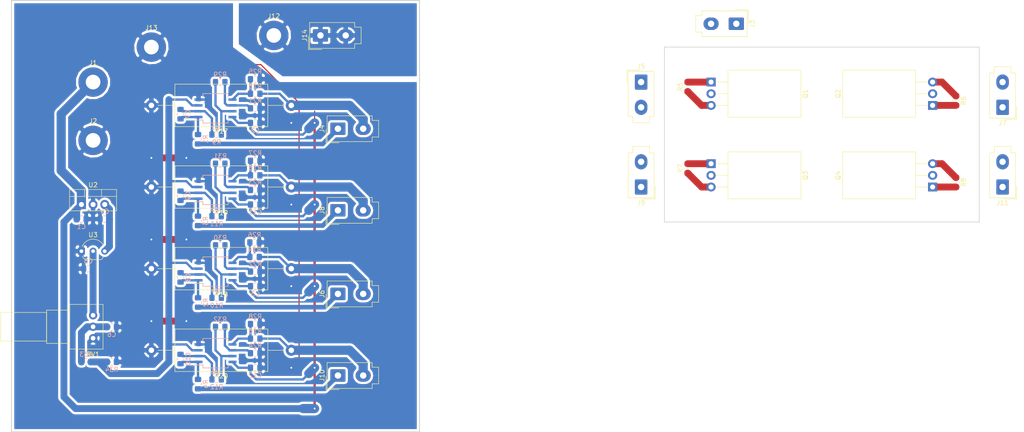
<source format=kicad_pcb>
(kicad_pcb (version 20171130) (host pcbnew 5.0.2-bee76a0~70~ubuntu18.04.1)
  (layers (0 F.Cu signal) (31 B.Cu signal) (34 B.Paste user) (35 F.Paste user) (36 B.SilkS user) (37 F.SilkS user) (38 B.Mask user) (39 F.Mask user) (44 Edge.Cuts user))
  (net 0 "")
  (net 1 VCC)
  (net 2 GND)
  (net 3 +5V)
  (net 4 Vref)
  (net 5 "Net-(C6-Pad1)")
  (net 6 "Net-(C7-Pad1)")
  (net 7 "Net-(C7-Pad2)")
  (net 8 "Net-(C8-Pad1)")
  (net 9 "Net-(C8-Pad2)")
  (net 10 "Net-(C9-Pad2)")
  (net 11 "Net-(C9-Pad1)")
  (net 12 "Net-(R29-Pad2)")
  (net 13 "Net-(R10-Pad2)")
  (net 14 "Net-(R11-Pad2)")
  (net 15 "Net-(R13-Pad2)")
  (net 16 "Net-(R14-Pad2)")
  (net 17 "Net-(R15-Pad2)")
  (net 18 "Net-(R21-Pad2)")
  (net 19 "Net-(R22-Pad2)")
  (net 20 "Net-(R23-Pad2)")
  (net 21 "Net-(R33-Pad1)")
  (net 22 "Net-(C10-Pad1)")
  (net 23 "Net-(C10-Pad2)")
  (net 24 "Net-(R12-Pad2)")
  (net 25 "Net-(R16-Pad2)")
  (net 26 "Net-(R24-Pad2)")
  (net 27 VDD)
  (net 28 "Net-(J4-Pad2)")
  (net 29 "Net-(J5-Pad1)")
  (net 30 "Net-(J5-Pad2)")
  (net 31 "Net-(J6-Pad2)")
  (net 32 "Net-(J7-Pad2)")
  (net 33 "Net-(J7-Pad1)")
  (net 34 "Net-(J8-Pad2)")
  (net 35 "Net-(J9-Pad1)")
  (net 36 "Net-(J9-Pad2)")
  (net 37 "Net-(J10-Pad2)")
  (net 38 "Net-(J4-Pad1)")
  (net 39 "Net-(J6-Pad1)")
  (net 40 "Net-(J8-Pad1)")
  (net 41 "Net-(J10-Pad1)")
  (net 42 "Net-(J11-Pad2)")
  (net 43 "Net-(J11-Pad1)")
  (module Connector_Molex:Molex_Mini-Fit_Jr_5566-02A_2x01_P4.20mm_Vertical (layer F.Cu) (at 113.03 116.84 90)
    (fp_text reference J14 (at 0 -3.45 90) (layer F.SilkS))
    (fp_text value Conn_01x02)
    (pad 2 thru_hole oval (at 0 5.5 90) (size 2.7 3.3) (drill 1.4) (layers *.Cu *.Mask) (net 27 VDD))
    (pad 1 thru_hole roundrect (at 0 0 90) (size 2.7 3.3) (drill 1.4) (layers *.Cu *.Mask) (roundrect_rratio 0.09259299999999999) (net 27 VDD))
  )
  (module Resistor_THT:R_Axial_DIN0922_L20.0mm_D9.0mm_P30.48mm_Horizontal (layer F.Cu) (at 106.68 149.86 180)
    (fp_text reference R19 (at 15.24 -5.62 180) (layer F.SilkS))
    (fp_text value 0.1)
    (pad 1 thru_hole circle (at 0 0 180) (size 2.4 2.4) (drill 1.2) (layers *.Cu *.Mask) (net 34 "Net-(J8-Pad2)"))
    (pad 2 thru_hole oval (at 30.48 0 180) (size 2.4 2.4) (drill 1.2) (layers *.Cu *.Mask) (net 2 GND))
  )
  (module Capacitor_SMD:C_0805_2012Metric_Pad1.15x1.40mm_HandSolder (layer B.Cu) (at 98.815 153.67)
    (fp_text reference C11 (at 0 1.65) (layer B.SilkS) (effects (justify mirror)))
    (fp_text value 100n)
    (pad 1 smd roundrect (at -1.025 0) (size 1.15 1.4) (layers B.Cu B.Paste B.Mask) (roundrect_rratio 0.217391) (net 1 VCC))
    (pad 2 smd roundrect (at 1.025 0) (size 1.15 1.4) (layers B.Cu B.Paste B.Mask) (roundrect_rratio 0.217391) (net 2 GND))
  )
  (module Resistor_SMD:R_0805_2012Metric_Pad1.15x1.40mm_HandSolder (layer B.Cu) (at 98.815 129.54 180)
    (fp_text reference R13 (at 0 1.65 180) (layer B.SilkS) (effects (justify mirror)))
    (fp_text value 10k)
    (pad 1 smd roundrect (at -1.025 0 180) (size 1.15 1.4) (layers B.Cu B.Paste B.Mask) (roundrect_rratio 0.217391) (net 28 "Net-(J4-Pad2)"))
    (pad 2 smd roundrect (at 1.025 0 180) (size 1.15 1.4) (layers B.Cu B.Paste B.Mask) (roundrect_rratio 0.217391) (net 15 "Net-(R13-Pad2)"))
  )
  (module Capacitor_SMD:C_0805_2012Metric_Pad1.15x1.40mm_HandSolder (layer B.Cu) (at 60.96 156.845)
    (fp_text reference C1 (at 0 1.65) (layer B.SilkS) (effects (justify mirror)))
    (fp_text value 10u)
    (pad 1 smd roundrect (at -1.025 0) (size 1.15 1.4) (layers B.Cu B.Paste B.Mask) (roundrect_rratio 0.217391) (net 1 VCC))
    (pad 2 smd roundrect (at 1.025 0) (size 1.15 1.4) (layers B.Cu B.Paste B.Mask) (roundrect_rratio 0.217391) (net 2 GND))
  )
  (module Capacitor_SMD:C_0805_2012Metric_Pad1.15x1.40mm_HandSolder (layer B.Cu) (at 98.815 135.89)
    (fp_text reference C2 (at 0 1.65) (layer B.SilkS) (effects (justify mirror)))
    (fp_text value 100n)
    (pad 1 smd roundrect (at -1.025 0) (size 1.15 1.4) (layers B.Cu B.Paste B.Mask) (roundrect_rratio 0.217391) (net 1 VCC))
    (pad 2 smd roundrect (at 1.025 0) (size 1.15 1.4) (layers B.Cu B.Paste B.Mask) (roundrect_rratio 0.217391) (net 2 GND))
  )
  (module Capacitor_SMD:C_0805_2012Metric_Pad1.15x1.40mm_HandSolder (layer B.Cu) (at 98.824 171.45)
    (fp_text reference C3 (at 0 1.65) (layer B.SilkS) (effects (justify mirror)))
    (fp_text value 100n)
    (pad 1 smd roundrect (at -1.025 0) (size 1.15 1.4) (layers B.Cu B.Paste B.Mask) (roundrect_rratio 0.217391) (net 1 VCC))
    (pad 2 smd roundrect (at 1.025 0) (size 1.15 1.4) (layers B.Cu B.Paste B.Mask) (roundrect_rratio 0.217391) (net 2 GND))
  )
  (module Capacitor_SMD:C_0805_2012Metric_Pad1.15x1.40mm_HandSolder (layer B.Cu) (at 66.04 156.845 180)
    (fp_text reference C4 (at 0 1.65 180) (layer B.SilkS) (effects (justify mirror)))
    (fp_text value 100n)
    (pad 2 smd roundrect (at 1.025 0 180) (size 1.15 1.4) (layers B.Cu B.Paste B.Mask) (roundrect_rratio 0.217391) (net 2 GND))
    (pad 1 smd roundrect (at -1.025 0 180) (size 1.15 1.4) (layers B.Cu B.Paste B.Mask) (roundrect_rratio 0.217391) (net 3 +5V))
  )
  (module Capacitor_SMD:C_0805_2012Metric_Pad1.15x1.40mm_HandSolder (layer B.Cu) (at 62.475 167.64 180)
    (fp_text reference C5 (at 0 1.65 180) (layer B.SilkS) (effects (justify mirror)))
    (fp_text value 100n)
    (pad 2 smd roundrect (at 1.025 0 180) (size 1.15 1.4) (layers B.Cu B.Paste B.Mask) (roundrect_rratio 0.217391) (net 2 GND))
    (pad 1 smd roundrect (at -1.025 0 180) (size 1.15 1.4) (layers B.Cu B.Paste B.Mask) (roundrect_rratio 0.217391) (net 4 Vref))
  )
  (module Capacitor_SMD:C_0805_2012Metric_Pad1.15x1.40mm_HandSolder (layer B.Cu) (at 67.555 180.34)
    (fp_text reference C6 (at 0 1.65) (layer B.SilkS) (effects (justify mirror)))
    (fp_text value 100n)
    (pad 2 smd roundrect (at 1.025 0) (size 1.15 1.4) (layers B.Cu B.Paste B.Mask) (roundrect_rratio 0.217391) (net 2 GND))
    (pad 1 smd roundrect (at -1.025 0) (size 1.15 1.4) (layers B.Cu B.Paste B.Mask) (roundrect_rratio 0.217391) (net 5 "Net-(C6-Pad1)"))
  )
  (module Capacitor_SMD:C_0805_2012Metric_Pad1.15x1.40mm_HandSolder (layer B.Cu) (at 82.55 133.985 90)
    (fp_text reference C7 (at 0 1.65 90) (layer B.SilkS) (effects (justify mirror)))
    (fp_text value 10n)
    (pad 2 smd roundrect (at 1.025 0 90) (size 1.15 1.4) (layers B.Cu B.Paste B.Mask) (roundrect_rratio 0.217391) (net 7 "Net-(C7-Pad2)"))
    (pad 1 smd roundrect (at -1.025 0 90) (size 1.15 1.4) (layers B.Cu B.Paste B.Mask) (roundrect_rratio 0.217391) (net 6 "Net-(C7-Pad1)"))
  )
  (module Resistor_SMD:R_0805_2012Metric_Pad1.15x1.40mm_HandSolder (layer B.Cu) (at 86.36 139.455 90)
    (fp_text reference R1 (at 0 1.65 90) (layer B.SilkS) (effects (justify mirror)))
    (fp_text value 100)
    (pad 2 smd roundrect (at 1.025 0 90) (size 1.15 1.4) (layers B.Cu B.Paste B.Mask) (roundrect_rratio 0.217391) (net 6 "Net-(C7-Pad1)"))
    (pad 1 smd roundrect (at -1.025 0 90) (size 1.15 1.4) (layers B.Cu B.Paste B.Mask) (roundrect_rratio 0.217391) (net 38 "Net-(J4-Pad1)"))
  )
  (module Resistor_SMD:R_0805_2012Metric_Pad1.15x1.40mm_HandSolder (layer F.Cu) (at 193.04 128.025 90)
    (fp_text reference R5 (at 0 -1.65 90) (layer F.SilkS))
    (fp_text value 10k)
    (pad 1 smd roundrect (at -1.025 0 90) (size 1.15 1.4) (layers F.Cu F.Paste F.Mask) (roundrect_rratio 0.217391) (net 30 "Net-(J5-Pad2)"))
    (pad 2 smd roundrect (at 1.025 0 90) (size 1.15 1.4) (layers F.Cu F.Paste F.Mask) (roundrect_rratio 0.217391) (net 27 VDD))
  )
  (module Resistor_SMD:R_0805_2012Metric_Pad1.15x1.40mm_HandSolder (layer B.Cu) (at 90.415 138.43)
    (fp_text reference R9 (at 0 1.65) (layer B.SilkS) (effects (justify mirror)))
    (fp_text value 100)
    (pad 1 smd roundrect (at -1.025 0) (size 1.15 1.4) (layers B.Cu B.Paste B.Mask) (roundrect_rratio 0.217391) (net 7 "Net-(C7-Pad2)"))
    (pad 2 smd roundrect (at 1.025 0) (size 1.15 1.4) (layers B.Cu B.Paste B.Mask) (roundrect_rratio 0.217391) (net 12 "Net-(R29-Pad2)"))
  )
  (module Resistor_SMD:R_0805_2012Metric_Pad1.15x1.40mm_HandSolder (layer B.Cu) (at 98.815 132.715 180)
    (fp_text reference R21 (at 0 1.65 180) (layer B.SilkS) (effects (justify mirror)))
    (fp_text value 10k)
    (pad 2 smd roundrect (at 1.025 0 180) (size 1.15 1.4) (layers B.Cu B.Paste B.Mask) (roundrect_rratio 0.217391) (net 18 "Net-(R21-Pad2)"))
    (pad 1 smd roundrect (at -1.025 0 180) (size 1.15 1.4) (layers B.Cu B.Paste B.Mask) (roundrect_rratio 0.217391) (net 2 GND))
  )
  (module Resistor_SMD:R_0805_2012Metric_Pad1.15x1.40mm_HandSolder (layer B.Cu) (at 98.815 126.365 180)
    (fp_text reference R25 (at 0 1.65 180) (layer B.SilkS) (effects (justify mirror)))
    (fp_text value 10k)
    (pad 2 smd roundrect (at 1.025 0 180) (size 1.15 1.4) (layers B.Cu B.Paste B.Mask) (roundrect_rratio 0.217391) (net 15 "Net-(R13-Pad2)"))
    (pad 1 smd roundrect (at -1.025 0 180) (size 1.15 1.4) (layers B.Cu B.Paste B.Mask) (roundrect_rratio 0.217391) (net 2 GND))
  )
  (module Resistor_SMD:R_0805_2012Metric_Pad1.15x1.40mm_HandSolder (layer B.Cu) (at 91.195 127 180)
    (fp_text reference R29 (at 0 1.65 180) (layer B.SilkS) (effects (justify mirror)))
    (fp_text value 10k)
    (pad 1 smd roundrect (at -1.025 0 180) (size 1.15 1.4) (layers B.Cu B.Paste B.Mask) (roundrect_rratio 0.217391) (net 18 "Net-(R21-Pad2)"))
    (pad 2 smd roundrect (at 1.025 0 180) (size 1.15 1.4) (layers B.Cu B.Paste B.Mask) (roundrect_rratio 0.217391) (net 12 "Net-(R29-Pad2)"))
  )
  (module Resistor_SMD:R_0805_2012Metric_Pad1.15x1.40mm_HandSolder (layer B.Cu) (at 61.985 187.96 180)
    (fp_text reference R33 (at 0 1.65 180) (layer B.SilkS) (effects (justify mirror)))
    (fp_text value 30k)
    (pad 2 smd roundrect (at 1.025 0 180) (size 1.15 1.4) (layers B.Cu B.Paste B.Mask) (roundrect_rratio 0.217391) (net 5 "Net-(C6-Pad1)"))
    (pad 1 smd roundrect (at -1.025 0 180) (size 1.15 1.4) (layers B.Cu B.Paste B.Mask) (roundrect_rratio 0.217391) (net 21 "Net-(R33-Pad1)"))
  )
  (module Resistor_SMD:R_0805_2012Metric_Pad1.15x1.40mm_HandSolder (layer B.Cu) (at 67.555 187.96)
    (fp_text reference R34 (at 0 1.65) (layer B.SilkS) (effects (justify mirror)))
    (fp_text value 10k)
    (pad 1 smd roundrect (at -1.025 0) (size 1.15 1.4) (layers B.Cu B.Paste B.Mask) (roundrect_rratio 0.217391) (net 21 "Net-(R33-Pad1)"))
    (pad 2 smd roundrect (at 1.025 0) (size 1.15 1.4) (layers B.Cu B.Paste B.Mask) (roundrect_rratio 0.217391) (net 2 GND))
  )
  (module Potentiometer_THT:Potentiometer_Alps_RK097_Single_Horizontal (layer F.Cu) (at 63.5 177.8 180)
    (fp_text reference RV1 (at 0 -8.5 180) (layer F.SilkS))
    (fp_text value 10k)
    (pad 3 thru_hole circle (at 0 -5 180) (size 1.8 1.8) (drill 1) (layers *.Cu *.Mask) (net 2 GND))
    (pad 2 thru_hole circle (at 0 -2.5 180) (size 1.8 1.8) (drill 1) (layers *.Cu *.Mask) (net 5 "Net-(C6-Pad1)"))
    (pad 1 thru_hole circle (at 0 0 180) (size 1.8 1.8) (drill 1) (layers *.Cu *.Mask) (net 4 Vref))
  )
  (module Package_SO:SO-8_5.3x6.2mm_P1.27mm (layer B.Cu) (at 90.17 132.715)
    (fp_text reference U1 (at 0 4.13) (layer B.SilkS) (effects (justify mirror)))
    (fp_text value LM358)
    (pad 8 smd rect (at 3.7 1.905) (size 1.75 0.55) (layers B.Cu B.Paste B.Mask) (net 1 VCC))
    (pad 7 smd rect (at 3.7 0.635) (size 1.75 0.55) (layers B.Cu B.Paste B.Mask) (net 12 "Net-(R29-Pad2)"))
    (pad 6 smd rect (at 3.7 -0.635) (size 1.75 0.55) (layers B.Cu B.Paste B.Mask) (net 18 "Net-(R21-Pad2)"))
    (pad 5 smd rect (at 3.7 -1.905) (size 1.75 0.55) (layers B.Cu B.Paste B.Mask) (net 15 "Net-(R13-Pad2)"))
    (pad 4 smd rect (at -3.7 -1.905) (size 1.75 0.55) (layers B.Cu B.Paste B.Mask) (net 2 GND))
    (pad 3 smd rect (at -3.7 -0.635) (size 1.75 0.55) (layers B.Cu B.Paste B.Mask) (net 21 "Net-(R33-Pad1)"))
    (pad 2 smd rect (at -3.7 0.635) (size 1.75 0.55) (layers B.Cu B.Paste B.Mask) (net 7 "Net-(C7-Pad2)"))
    (pad 1 smd rect (at -3.7 1.905) (size 1.75 0.55) (layers B.Cu B.Paste B.Mask) (net 6 "Net-(C7-Pad1)"))
  )
  (module Package_TO_SOT_THT:TO-220-3_Vertical (layer F.Cu) (at 60.96 153.67)
    (fp_text reference U2 (at 2.54 -4.27) (layer F.SilkS))
    (fp_text value LM7805_TO220)
    (pad 1 thru_hole rect (at 0 0) (size 1.905 2) (drill 1.1) (layers *.Cu *.Mask) (net 1 VCC))
    (pad 2 thru_hole oval (at 2.54 0) (size 1.905 2) (drill 1.1) (layers *.Cu *.Mask) (net 2 GND))
    (pad 3 thru_hole oval (at 5.08 0) (size 1.905 2) (drill 1.1) (layers *.Cu *.Mask) (net 3 +5V))
  )
  (module Package_TO_SOT_THT:TO-92_Inline_Wide (layer F.Cu) (at 60.96 163.83)
    (fp_text reference U3 (at 2.54 -3.56) (layer F.SilkS))
    (fp_text value MCP1525-TO)
    (pad 2 thru_hole circle (at 2.54 0 90) (size 1.5 1.5) (drill 0.8) (layers *.Cu *.Mask) (net 4 Vref))
    (pad 3 thru_hole circle (at 5.08 0 90) (size 1.5 1.5) (drill 0.8) (layers *.Cu *.Mask) (net 3 +5V))
    (pad 1 thru_hole rect (at 0 0 90) (size 1.5 1.5) (drill 0.8) (layers *.Cu *.Mask) (net 2 GND))
  )
  (module Resistor_THT:R_Axial_DIN0922_L20.0mm_D9.0mm_P30.48mm_Horizontal (layer F.Cu) (at 106.68 132.08 180)
    (fp_text reference R17 (at 15.24 -5.62 180) (layer F.SilkS))
    (fp_text value 0.1)
    (pad 2 thru_hole oval (at 30.48 0 180) (size 2.4 2.4) (drill 1.2) (layers *.Cu *.Mask) (net 2 GND))
    (pad 1 thru_hole circle (at 0 0 180) (size 2.4 2.4) (drill 1.2) (layers *.Cu *.Mask) (net 28 "Net-(J4-Pad2)"))
  )
  (module Capacitor_SMD:C_0805_2012Metric_Pad1.15x1.40mm_HandSolder (layer B.Cu) (at 98.815 189.23)
    (fp_text reference C12 (at 0 1.65) (layer B.SilkS) (effects (justify mirror)))
    (fp_text value 100n)
    (pad 2 smd roundrect (at 1.025 0) (size 1.15 1.4) (layers B.Cu B.Paste B.Mask) (roundrect_rratio 0.217391) (net 2 GND))
    (pad 1 smd roundrect (at -1.025 0) (size 1.15 1.4) (layers B.Cu B.Paste B.Mask) (roundrect_rratio 0.217391) (net 1 VCC))
  )
  (module Capacitor_SMD:C_0805_2012Metric_Pad1.15x1.40mm_HandSolder (layer B.Cu) (at 82.559 169.545 90)
    (fp_text reference C8 (at 0 1.65 90) (layer B.SilkS) (effects (justify mirror)))
    (fp_text value 10n)
    (pad 1 smd roundrect (at -1.025 0 90) (size 1.15 1.4) (layers B.Cu B.Paste B.Mask) (roundrect_rratio 0.217391) (net 8 "Net-(C8-Pad1)"))
    (pad 2 smd roundrect (at 1.025 0 90) (size 1.15 1.4) (layers B.Cu B.Paste B.Mask) (roundrect_rratio 0.217391) (net 9 "Net-(C8-Pad2)"))
  )
  (module Resistor_SMD:R_0805_2012Metric_Pad1.15x1.40mm_HandSolder (layer B.Cu) (at 86.369 175.015 90)
    (fp_text reference R2 (at 0 1.65 90) (layer B.SilkS) (effects (justify mirror)))
    (fp_text value 100)
    (pad 2 smd roundrect (at 1.025 0 90) (size 1.15 1.4) (layers B.Cu B.Paste B.Mask) (roundrect_rratio 0.217391) (net 8 "Net-(C8-Pad1)"))
    (pad 1 smd roundrect (at -1.025 0 90) (size 1.15 1.4) (layers B.Cu B.Paste B.Mask) (roundrect_rratio 0.217391) (net 39 "Net-(J6-Pad1)"))
  )
  (module Resistor_SMD:R_0805_2012Metric_Pad1.15x1.40mm_HandSolder (layer F.Cu) (at 251.46 131.055 270)
    (fp_text reference R6 (at 0 -1.65 270) (layer F.SilkS))
    (fp_text value 10k)
    (pad 2 smd roundrect (at 1.025 0 270) (size 1.15 1.4) (layers F.Cu F.Paste F.Mask) (roundrect_rratio 0.217391) (net 27 VDD))
    (pad 1 smd roundrect (at -1.025 0 270) (size 1.15 1.4) (layers F.Cu F.Paste F.Mask) (roundrect_rratio 0.217391) (net 32 "Net-(J7-Pad2)"))
  )
  (module Resistor_SMD:R_0805_2012Metric_Pad1.15x1.40mm_HandSolder (layer B.Cu) (at 90.424 173.99)
    (fp_text reference R10 (at 0 1.65) (layer B.SilkS) (effects (justify mirror)))
    (fp_text value 100)
    (pad 1 smd roundrect (at -1.025 0) (size 1.15 1.4) (layers B.Cu B.Paste B.Mask) (roundrect_rratio 0.217391) (net 9 "Net-(C8-Pad2)"))
    (pad 2 smd roundrect (at 1.025 0) (size 1.15 1.4) (layers B.Cu B.Paste B.Mask) (roundrect_rratio 0.217391) (net 13 "Net-(R10-Pad2)"))
  )
  (module Resistor_SMD:R_0805_2012Metric_Pad1.15x1.40mm_HandSolder (layer B.Cu) (at 98.679 165.1 180)
    (fp_text reference R14 (at 0 1.65 180) (layer B.SilkS) (effects (justify mirror)))
    (fp_text value 10k)
    (pad 1 smd roundrect (at -1.025 0 180) (size 1.15 1.4) (layers B.Cu B.Paste B.Mask) (roundrect_rratio 0.217391) (net 31 "Net-(J6-Pad2)"))
    (pad 2 smd roundrect (at 1.025 0 180) (size 1.15 1.4) (layers B.Cu B.Paste B.Mask) (roundrect_rratio 0.217391) (net 16 "Net-(R14-Pad2)"))
  )
  (module Resistor_THT:R_Axial_DIN0922_L20.0mm_D9.0mm_P30.48mm_Horizontal (layer F.Cu) (at 106.68 167.64 180)
    (fp_text reference R18 (at 15.24 -5.62 180) (layer F.SilkS))
    (fp_text value 0.1)
    (pad 2 thru_hole oval (at 30.48 0 180) (size 2.4 2.4) (drill 1.2) (layers *.Cu *.Mask) (net 2 GND))
    (pad 1 thru_hole circle (at 0 0 180) (size 2.4 2.4) (drill 1.2) (layers *.Cu *.Mask) (net 31 "Net-(J6-Pad2)"))
  )
  (module Resistor_SMD:R_0805_2012Metric_Pad1.15x1.40mm_HandSolder (layer B.Cu) (at 98.824 168.275 180)
    (fp_text reference R22 (at 0 1.65 180) (layer B.SilkS) (effects (justify mirror)))
    (fp_text value 10k)
    (pad 2 smd roundrect (at 1.025 0 180) (size 1.15 1.4) (layers B.Cu B.Paste B.Mask) (roundrect_rratio 0.217391) (net 19 "Net-(R22-Pad2)"))
    (pad 1 smd roundrect (at -1.025 0 180) (size 1.15 1.4) (layers B.Cu B.Paste B.Mask) (roundrect_rratio 0.217391) (net 2 GND))
  )
  (module Resistor_SMD:R_0805_2012Metric_Pad1.15x1.40mm_HandSolder (layer B.Cu) (at 98.679 161.925 180)
    (fp_text reference R26 (at 0 1.65 180) (layer B.SilkS) (effects (justify mirror)))
    (fp_text value 10k)
    (pad 1 smd roundrect (at -1.025 0 180) (size 1.15 1.4) (layers B.Cu B.Paste B.Mask) (roundrect_rratio 0.217391) (net 2 GND))
    (pad 2 smd roundrect (at 1.025 0 180) (size 1.15 1.4) (layers B.Cu B.Paste B.Mask) (roundrect_rratio 0.217391) (net 16 "Net-(R14-Pad2)"))
  )
  (module Resistor_SMD:R_0805_2012Metric_Pad1.15x1.40mm_HandSolder (layer B.Cu) (at 91.204 162.56 180)
    (fp_text reference R30 (at 0 1.65 180) (layer B.SilkS) (effects (justify mirror)))
    (fp_text value 10k)
    (pad 1 smd roundrect (at -1.025 0 180) (size 1.15 1.4) (layers B.Cu B.Paste B.Mask) (roundrect_rratio 0.217391) (net 19 "Net-(R22-Pad2)"))
    (pad 2 smd roundrect (at 1.025 0 180) (size 1.15 1.4) (layers B.Cu B.Paste B.Mask) (roundrect_rratio 0.217391) (net 13 "Net-(R10-Pad2)"))
  )
  (module Package_SO:SO-8_5.3x6.2mm_P1.27mm (layer B.Cu) (at 90.179 168.275)
    (fp_text reference U4 (at 0 4.13) (layer B.SilkS) (effects (justify mirror)))
    (fp_text value LM358)
    (pad 1 smd rect (at -3.7 1.905) (size 1.75 0.55) (layers B.Cu B.Paste B.Mask) (net 8 "Net-(C8-Pad1)"))
    (pad 2 smd rect (at -3.7 0.635) (size 1.75 0.55) (layers B.Cu B.Paste B.Mask) (net 9 "Net-(C8-Pad2)"))
    (pad 3 smd rect (at -3.7 -0.635) (size 1.75 0.55) (layers B.Cu B.Paste B.Mask) (net 21 "Net-(R33-Pad1)"))
    (pad 4 smd rect (at -3.7 -1.905) (size 1.75 0.55) (layers B.Cu B.Paste B.Mask) (net 2 GND))
    (pad 5 smd rect (at 3.7 -1.905) (size 1.75 0.55) (layers B.Cu B.Paste B.Mask) (net 16 "Net-(R14-Pad2)"))
    (pad 6 smd rect (at 3.7 -0.635) (size 1.75 0.55) (layers B.Cu B.Paste B.Mask) (net 19 "Net-(R22-Pad2)"))
    (pad 7 smd rect (at 3.7 0.635) (size 1.75 0.55) (layers B.Cu B.Paste B.Mask) (net 13 "Net-(R10-Pad2)"))
    (pad 8 smd rect (at 3.7 1.905) (size 1.75 0.55) (layers B.Cu B.Paste B.Mask) (net 1 VCC))
  )
  (module Capacitor_SMD:C_0805_2012Metric_Pad1.15x1.40mm_HandSolder (layer B.Cu) (at 82.55 151.765 90)
    (fp_text reference C9 (at 0 1.65 90) (layer B.SilkS) (effects (justify mirror)))
    (fp_text value 10n)
    (pad 2 smd roundrect (at 1.025 0 90) (size 1.15 1.4) (layers B.Cu B.Paste B.Mask) (roundrect_rratio 0.217391) (net 10 "Net-(C9-Pad2)"))
    (pad 1 smd roundrect (at -1.025 0 90) (size 1.15 1.4) (layers B.Cu B.Paste B.Mask) (roundrect_rratio 0.217391) (net 11 "Net-(C9-Pad1)"))
  )
  (module Resistor_SMD:R_0805_2012Metric_Pad1.15x1.40mm_HandSolder (layer B.Cu) (at 86.36 157.235 90)
    (fp_text reference R3 (at 0 1.65 90) (layer B.SilkS) (effects (justify mirror)))
    (fp_text value 100)
    (pad 2 smd roundrect (at 1.025 0 90) (size 1.15 1.4) (layers B.Cu B.Paste B.Mask) (roundrect_rratio 0.217391) (net 11 "Net-(C9-Pad1)"))
    (pad 1 smd roundrect (at -1.025 0 90) (size 1.15 1.4) (layers B.Cu B.Paste B.Mask) (roundrect_rratio 0.217391) (net 40 "Net-(J8-Pad1)"))
  )
  (module Resistor_SMD:R_0805_2012Metric_Pad1.15x1.40mm_HandSolder (layer F.Cu) (at 193.04 145.805 90)
    (fp_text reference R7 (at 0 -1.65 90) (layer F.SilkS))
    (fp_text value 10k)
    (pad 2 smd roundrect (at 1.025 0 90) (size 1.15 1.4) (layers F.Cu F.Paste F.Mask) (roundrect_rratio 0.217391) (net 27 VDD))
    (pad 1 smd roundrect (at -1.025 0 90) (size 1.15 1.4) (layers F.Cu F.Paste F.Mask) (roundrect_rratio 0.217391) (net 36 "Net-(J9-Pad2)"))
  )
  (module Resistor_SMD:R_0805_2012Metric_Pad1.15x1.40mm_HandSolder (layer B.Cu) (at 90.415 156.21)
    (fp_text reference R11 (at 0 1.65) (layer B.SilkS) (effects (justify mirror)))
    (fp_text value 100)
    (pad 1 smd roundrect (at -1.025 0) (size 1.15 1.4) (layers B.Cu B.Paste B.Mask) (roundrect_rratio 0.217391) (net 10 "Net-(C9-Pad2)"))
    (pad 2 smd roundrect (at 1.025 0) (size 1.15 1.4) (layers B.Cu B.Paste B.Mask) (roundrect_rratio 0.217391) (net 14 "Net-(R11-Pad2)"))
  )
  (module Resistor_SMD:R_0805_2012Metric_Pad1.15x1.40mm_HandSolder (layer B.Cu) (at 98.815 147.32 180)
    (fp_text reference R15 (at 0 1.65 180) (layer B.SilkS) (effects (justify mirror)))
    (fp_text value 10k)
    (pad 2 smd roundrect (at 1.025 0 180) (size 1.15 1.4) (layers B.Cu B.Paste B.Mask) (roundrect_rratio 0.217391) (net 17 "Net-(R15-Pad2)"))
    (pad 1 smd roundrect (at -1.025 0 180) (size 1.15 1.4) (layers B.Cu B.Paste B.Mask) (roundrect_rratio 0.217391) (net 34 "Net-(J8-Pad2)"))
  )
  (module Resistor_SMD:R_0805_2012Metric_Pad1.15x1.40mm_HandSolder (layer B.Cu) (at 98.815 150.495 180)
    (fp_text reference R23 (at 0 1.65 180) (layer B.SilkS) (effects (justify mirror)))
    (fp_text value 10k)
    (pad 1 smd roundrect (at -1.025 0 180) (size 1.15 1.4) (layers B.Cu B.Paste B.Mask) (roundrect_rratio 0.217391) (net 2 GND))
    (pad 2 smd roundrect (at 1.025 0 180) (size 1.15 1.4) (layers B.Cu B.Paste B.Mask) (roundrect_rratio 0.217391) (net 20 "Net-(R23-Pad2)"))
  )
  (module Resistor_SMD:R_0805_2012Metric_Pad1.15x1.40mm_HandSolder (layer B.Cu) (at 98.815 144.145 180)
    (fp_text reference R27 (at 0 1.65 180) (layer B.SilkS) (effects (justify mirror)))
    (fp_text value 10k)
    (pad 1 smd roundrect (at -1.025 0 180) (size 1.15 1.4) (layers B.Cu B.Paste B.Mask) (roundrect_rratio 0.217391) (net 2 GND))
    (pad 2 smd roundrect (at 1.025 0 180) (size 1.15 1.4) (layers B.Cu B.Paste B.Mask) (roundrect_rratio 0.217391) (net 17 "Net-(R15-Pad2)"))
  )
  (module Resistor_SMD:R_0805_2012Metric_Pad1.15x1.40mm_HandSolder (layer B.Cu) (at 91.195 144.78 180)
    (fp_text reference R31 (at 0 1.65 180) (layer B.SilkS) (effects (justify mirror)))
    (fp_text value 10k)
    (pad 2 smd roundrect (at 1.025 0 180) (size 1.15 1.4) (layers B.Cu B.Paste B.Mask) (roundrect_rratio 0.217391) (net 14 "Net-(R11-Pad2)"))
    (pad 1 smd roundrect (at -1.025 0 180) (size 1.15 1.4) (layers B.Cu B.Paste B.Mask) (roundrect_rratio 0.217391) (net 20 "Net-(R23-Pad2)"))
  )
  (module Package_SO:SO-8_5.3x6.2mm_P1.27mm (layer B.Cu) (at 90.17 150.495)
    (fp_text reference U5 (at 0 4.13) (layer B.SilkS) (effects (justify mirror)))
    (fp_text value LM358)
    (pad 1 smd rect (at -3.7 1.905) (size 1.75 0.55) (layers B.Cu B.Paste B.Mask) (net 11 "Net-(C9-Pad1)"))
    (pad 2 smd rect (at -3.7 0.635) (size 1.75 0.55) (layers B.Cu B.Paste B.Mask) (net 10 "Net-(C9-Pad2)"))
    (pad 3 smd rect (at -3.7 -0.635) (size 1.75 0.55) (layers B.Cu B.Paste B.Mask) (net 21 "Net-(R33-Pad1)"))
    (pad 4 smd rect (at -3.7 -1.905) (size 1.75 0.55) (layers B.Cu B.Paste B.Mask) (net 2 GND))
    (pad 5 smd rect (at 3.7 -1.905) (size 1.75 0.55) (layers B.Cu B.Paste B.Mask) (net 17 "Net-(R15-Pad2)"))
    (pad 6 smd rect (at 3.7 -0.635) (size 1.75 0.55) (layers B.Cu B.Paste B.Mask) (net 20 "Net-(R23-Pad2)"))
    (pad 7 smd rect (at 3.7 0.635) (size 1.75 0.55) (layers B.Cu B.Paste B.Mask) (net 14 "Net-(R11-Pad2)"))
    (pad 8 smd rect (at 3.7 1.905) (size 1.75 0.55) (layers B.Cu B.Paste B.Mask) (net 1 VCC))
  )
  (module Capacitor_SMD:C_0805_2012Metric_Pad1.15x1.40mm_HandSolder (layer B.Cu) (at 82.55 187.325 90)
    (fp_text reference C10 (at 0 1.65 90) (layer B.SilkS) (effects (justify mirror)))
    (fp_text value 10n)
    (pad 1 smd roundrect (at -1.025 0 90) (size 1.15 1.4) (layers B.Cu B.Paste B.Mask) (roundrect_rratio 0.217391) (net 22 "Net-(C10-Pad1)"))
    (pad 2 smd roundrect (at 1.025 0 90) (size 1.15 1.4) (layers B.Cu B.Paste B.Mask) (roundrect_rratio 0.217391) (net 23 "Net-(C10-Pad2)"))
  )
  (module Resistor_SMD:R_0805_2012Metric_Pad1.15x1.40mm_HandSolder (layer B.Cu) (at 86.36 192.795 90)
    (fp_text reference R4 (at 0 1.65 90) (layer B.SilkS) (effects (justify mirror)))
    (fp_text value 100)
    (pad 2 smd roundrect (at 1.025 0 90) (size 1.15 1.4) (layers B.Cu B.Paste B.Mask) (roundrect_rratio 0.217391) (net 22 "Net-(C10-Pad1)"))
    (pad 1 smd roundrect (at -1.025 0 90) (size 1.15 1.4) (layers B.Cu B.Paste B.Mask) (roundrect_rratio 0.217391) (net 41 "Net-(J10-Pad1)"))
  )
  (module Resistor_SMD:R_0805_2012Metric_Pad1.15x1.40mm_HandSolder (layer F.Cu) (at 251.46 148.835 270)
    (fp_text reference R8 (at 0 -1.65 270) (layer F.SilkS))
    (fp_text value 10k)
    (pad 2 smd roundrect (at 1.025 0 270) (size 1.15 1.4) (layers F.Cu F.Paste F.Mask) (roundrect_rratio 0.217391) (net 27 VDD))
    (pad 1 smd roundrect (at -1.025 0 270) (size 1.15 1.4) (layers F.Cu F.Paste F.Mask) (roundrect_rratio 0.217391) (net 42 "Net-(J11-Pad2)"))
  )
  (module Resistor_SMD:R_0805_2012Metric_Pad1.15x1.40mm_HandSolder (layer B.Cu) (at 90.415 191.77)
    (fp_text reference R12 (at 0 1.65) (layer B.SilkS) (effects (justify mirror)))
    (fp_text value 100)
    (pad 1 smd roundrect (at -1.025 0) (size 1.15 1.4) (layers B.Cu B.Paste B.Mask) (roundrect_rratio 0.217391) (net 23 "Net-(C10-Pad2)"))
    (pad 2 smd roundrect (at 1.025 0) (size 1.15 1.4) (layers B.Cu B.Paste B.Mask) (roundrect_rratio 0.217391) (net 24 "Net-(R12-Pad2)"))
  )
  (module Resistor_SMD:R_0805_2012Metric_Pad1.15x1.40mm_HandSolder (layer B.Cu) (at 98.815 182.88 180)
    (fp_text reference R16 (at 0 1.65 180) (layer B.SilkS) (effects (justify mirror)))
    (fp_text value 10k)
    (pad 1 smd roundrect (at -1.025 0 180) (size 1.15 1.4) (layers B.Cu B.Paste B.Mask) (roundrect_rratio 0.217391) (net 37 "Net-(J10-Pad2)"))
    (pad 2 smd roundrect (at 1.025 0 180) (size 1.15 1.4) (layers B.Cu B.Paste B.Mask) (roundrect_rratio 0.217391) (net 25 "Net-(R16-Pad2)"))
  )
  (module Resistor_THT:R_Axial_DIN0922_L20.0mm_D9.0mm_P30.48mm_Horizontal (layer F.Cu) (at 106.68 185.42 180)
    (fp_text reference R20 (at 15.24 -5.62 180) (layer F.SilkS))
    (fp_text value 0.1)
    (pad 1 thru_hole circle (at 0 0 180) (size 2.4 2.4) (drill 1.2) (layers *.Cu *.Mask) (net 37 "Net-(J10-Pad2)"))
    (pad 2 thru_hole oval (at 30.48 0 180) (size 2.4 2.4) (drill 1.2) (layers *.Cu *.Mask) (net 2 GND))
  )
  (module Resistor_SMD:R_0805_2012Metric_Pad1.15x1.40mm_HandSolder (layer B.Cu) (at 98.815 186.055 180)
    (fp_text reference R24 (at 0 1.65 180) (layer B.SilkS) (effects (justify mirror)))
    (fp_text value 10k)
    (pad 1 smd roundrect (at -1.025 0 180) (size 1.15 1.4) (layers B.Cu B.Paste B.Mask) (roundrect_rratio 0.217391) (net 2 GND))
    (pad 2 smd roundrect (at 1.025 0 180) (size 1.15 1.4) (layers B.Cu B.Paste B.Mask) (roundrect_rratio 0.217391) (net 26 "Net-(R24-Pad2)"))
  )
  (module Resistor_SMD:R_0805_2012Metric_Pad1.15x1.40mm_HandSolder (layer B.Cu) (at 98.815 179.705 180)
    (fp_text reference R28 (at 0 1.65 180) (layer B.SilkS) (effects (justify mirror)))
    (fp_text value 10k)
    (pad 1 smd roundrect (at -1.025 0 180) (size 1.15 1.4) (layers B.Cu B.Paste B.Mask) (roundrect_rratio 0.217391) (net 2 GND))
    (pad 2 smd roundrect (at 1.025 0 180) (size 1.15 1.4) (layers B.Cu B.Paste B.Mask) (roundrect_rratio 0.217391) (net 25 "Net-(R16-Pad2)"))
  )
  (module Resistor_SMD:R_0805_2012Metric_Pad1.15x1.40mm_HandSolder (layer B.Cu) (at 91.195 180.34 180)
    (fp_text reference R32 (at 0 1.65 180) (layer B.SilkS) (effects (justify mirror)))
    (fp_text value 10k)
    (pad 2 smd roundrect (at 1.025 0 180) (size 1.15 1.4) (layers B.Cu B.Paste B.Mask) (roundrect_rratio 0.217391) (net 24 "Net-(R12-Pad2)"))
    (pad 1 smd roundrect (at -1.025 0 180) (size 1.15 1.4) (layers B.Cu B.Paste B.Mask) (roundrect_rratio 0.217391) (net 26 "Net-(R24-Pad2)"))
  )
  (module Package_SO:SO-8_5.3x6.2mm_P1.27mm (layer B.Cu) (at 90.17 186.055)
    (fp_text reference U6 (at 0 4.13) (layer B.SilkS) (effects (justify mirror)))
    (fp_text value LM358)
    (pad 1 smd rect (at -3.7 1.905) (size 1.75 0.55) (layers B.Cu B.Paste B.Mask) (net 22 "Net-(C10-Pad1)"))
    (pad 2 smd rect (at -3.7 0.635) (size 1.75 0.55) (layers B.Cu B.Paste B.Mask) (net 23 "Net-(C10-Pad2)"))
    (pad 3 smd rect (at -3.7 -0.635) (size 1.75 0.55) (layers B.Cu B.Paste B.Mask) (net 21 "Net-(R33-Pad1)"))
    (pad 4 smd rect (at -3.7 -1.905) (size 1.75 0.55) (layers B.Cu B.Paste B.Mask) (net 2 GND))
    (pad 5 smd rect (at 3.7 -1.905) (size 1.75 0.55) (layers B.Cu B.Paste B.Mask) (net 25 "Net-(R16-Pad2)"))
    (pad 6 smd rect (at 3.7 -0.635) (size 1.75 0.55) (layers B.Cu B.Paste B.Mask) (net 26 "Net-(R24-Pad2)"))
    (pad 7 smd rect (at 3.7 0.635) (size 1.75 0.55) (layers B.Cu B.Paste B.Mask) (net 24 "Net-(R12-Pad2)"))
    (pad 8 smd rect (at 3.7 1.905) (size 1.75 0.55) (layers B.Cu B.Paste B.Mask) (net 1 VCC))
  )
  (module Package_TO_SOT_THT:TO-220-3_Horizontal_TabDown (layer F.Cu) (at 198.12 127 270)
    (fp_text reference Q1 (at 2.54 -20.58 270) (layer F.SilkS))
    (fp_text value Q_NMOS_GDS)
    (pad "" np_thru_hole oval (at 2.54 -16.66 270) (size 3.5 3.5) (drill 3.5) (layers *.Cu *.Mask))
    (pad 1 thru_hole rect (at 0 0 270) (size 1.905 2) (drill 1.1) (layers *.Cu *.Mask) (net 27 VDD))
    (pad 2 thru_hole oval (at 2.54 0 270) (size 1.905 2) (drill 1.1) (layers *.Cu *.Mask) (net 29 "Net-(J5-Pad1)"))
    (pad 3 thru_hole oval (at 5.08 0 270) (size 1.905 2) (drill 1.1) (layers *.Cu *.Mask) (net 30 "Net-(J5-Pad2)"))
  )
  (module Package_TO_SOT_THT:TO-220-3_Horizontal_TabDown (layer F.Cu) (at 246.38 132.08 90)
    (fp_text reference Q2 (at 2.54 -20.58 90) (layer F.SilkS))
    (fp_text value Q_NMOS_GDS)
    (pad "" np_thru_hole oval (at 2.54 -16.66 90) (size 3.5 3.5) (drill 3.5) (layers *.Cu *.Mask))
    (pad 1 thru_hole rect (at 0 0 90) (size 1.905 2) (drill 1.1) (layers *.Cu *.Mask) (net 27 VDD))
    (pad 2 thru_hole oval (at 2.54 0 90) (size 1.905 2) (drill 1.1) (layers *.Cu *.Mask) (net 33 "Net-(J7-Pad1)"))
    (pad 3 thru_hole oval (at 5.08 0 90) (size 1.905 2) (drill 1.1) (layers *.Cu *.Mask) (net 32 "Net-(J7-Pad2)"))
  )
  (module Package_TO_SOT_THT:TO-220-3_Horizontal_TabDown (layer F.Cu) (at 198.12 144.78 270)
    (fp_text reference Q3 (at 2.54 -20.58 270) (layer F.SilkS))
    (fp_text value Q_NMOS_GDS)
    (pad 3 thru_hole oval (at 5.08 0 270) (size 1.905 2) (drill 1.1) (layers *.Cu *.Mask) (net 36 "Net-(J9-Pad2)"))
    (pad 2 thru_hole oval (at 2.54 0 270) (size 1.905 2) (drill 1.1) (layers *.Cu *.Mask) (net 35 "Net-(J9-Pad1)"))
    (pad 1 thru_hole rect (at 0 0 270) (size 1.905 2) (drill 1.1) (layers *.Cu *.Mask) (net 27 VDD))
    (pad "" np_thru_hole oval (at 2.54 -16.66 270) (size 3.5 3.5) (drill 3.5) (layers *.Cu *.Mask))
  )
  (module Package_TO_SOT_THT:TO-220-3_Horizontal_TabDown (layer F.Cu) (at 246.38 149.86 90)
    (fp_text reference Q4 (at 2.54 -20.58 90) (layer F.SilkS))
    (fp_text value Q_NMOS_GDS)
    (pad 3 thru_hole oval (at 5.08 0 90) (size 1.905 2) (drill 1.1) (layers *.Cu *.Mask) (net 42 "Net-(J11-Pad2)"))
    (pad 2 thru_hole oval (at 2.54 0 90) (size 1.905 2) (drill 1.1) (layers *.Cu *.Mask) (net 43 "Net-(J11-Pad1)"))
    (pad 1 thru_hole rect (at 0 0 90) (size 1.905 2) (drill 1.1) (layers *.Cu *.Mask) (net 27 VDD))
    (pad "" np_thru_hole oval (at 2.54 -16.66 90) (size 3.5 3.5) (drill 3.5) (layers *.Cu *.Mask))
  )
  (module Connector_Molex:Molex_Mini-Fit_Jr_5566-02A_2x01_P4.20mm_Vertical (layer F.Cu) (at 203.62 114.3 270)
    (fp_text reference J3 (at 0 -3.45 270) (layer F.SilkS))
    (fp_text value Conn_01x02)
    (pad 1 thru_hole roundrect (at 0 0 270) (size 2.7 3.3) (drill 1.4) (layers *.Cu *.Mask) (roundrect_rratio 0.09259299999999999) (net 27 VDD))
    (pad 2 thru_hole oval (at 0 5.5 270) (size 2.7 3.3) (drill 1.4) (layers *.Cu *.Mask) (net 27 VDD))
  )
  (module Connector_Molex:Molex_Mini-Fit_Jr_5566-02A_2x01_P4.20mm_Vertical (layer F.Cu) (at 116.84 137.16 90)
    (fp_text reference J4 (at 0 -3.45 90) (layer F.SilkS))
    (fp_text value Conn_02x01)
    (pad 1 thru_hole roundrect (at 0 0 90) (size 2.7 3.3) (drill 1.4) (layers *.Cu *.Mask) (roundrect_rratio 0.09259299999999999) (net 38 "Net-(J4-Pad1)"))
    (pad 2 thru_hole oval (at 0 5.5 90) (size 2.7 3.3) (drill 1.4) (layers *.Cu *.Mask) (net 28 "Net-(J4-Pad2)"))
  )
  (module Connector_Molex:Molex_Mini-Fit_Jr_5566-02A_2x01_P4.20mm_Vertical (layer F.Cu) (at 182.88 127)
    (fp_text reference J5 (at 0 -3.45) (layer F.SilkS))
    (fp_text value Conn_02x01)
    (pad 1 thru_hole roundrect (at 0 0) (size 2.7 3.3) (drill 1.4) (layers *.Cu *.Mask) (roundrect_rratio 0.09259299999999999) (net 29 "Net-(J5-Pad1)"))
    (pad 2 thru_hole oval (at 0 5.5) (size 2.7 3.3) (drill 1.4) (layers *.Cu *.Mask) (net 30 "Net-(J5-Pad2)"))
  )
  (module Connector_Molex:Molex_Mini-Fit_Jr_5566-02A_2x01_P4.20mm_Vertical (layer F.Cu) (at 116.84 173.14 90)
    (fp_text reference J6 (at 0 -3.45 90) (layer F.SilkS))
    (fp_text value Conn_02x01)
    (pad 2 thru_hole oval (at 0 5.5 90) (size 2.7 3.3) (drill 1.4) (layers *.Cu *.Mask) (net 31 "Net-(J6-Pad2)"))
    (pad 1 thru_hole roundrect (at 0 0 90) (size 2.7 3.3) (drill 1.4) (layers *.Cu *.Mask) (roundrect_rratio 0.09259299999999999) (net 39 "Net-(J6-Pad1)"))
  )
  (module Connector_Molex:Molex_Mini-Fit_Jr_5566-02A_2x01_P4.20mm_Vertical (layer F.Cu) (at 261.62 132.5 180)
    (fp_text reference J7 (at 0 -3.45 180) (layer F.SilkS))
    (fp_text value Conn_02x01)
    (pad 2 thru_hole oval (at 0 5.5 180) (size 2.7 3.3) (drill 1.4) (layers *.Cu *.Mask) (net 32 "Net-(J7-Pad2)"))
    (pad 1 thru_hole roundrect (at 0 0 180) (size 2.7 3.3) (drill 1.4) (layers *.Cu *.Mask) (roundrect_rratio 0.09259299999999999) (net 33 "Net-(J7-Pad1)"))
  )
  (module Connector_Molex:Molex_Mini-Fit_Jr_5566-02A_2x01_P4.20mm_Vertical (layer F.Cu) (at 116.84 154.94 90)
    (fp_text reference J8 (at 0 -3.45 90) (layer F.SilkS))
    (fp_text value Conn_02x01)
    (pad 1 thru_hole roundrect (at 0 0 90) (size 2.7 3.3) (drill 1.4) (layers *.Cu *.Mask) (roundrect_rratio 0.09259299999999999) (net 40 "Net-(J8-Pad1)"))
    (pad 2 thru_hole oval (at 0 5.5 90) (size 2.7 3.3) (drill 1.4) (layers *.Cu *.Mask) (net 34 "Net-(J8-Pad2)"))
  )
  (module Connector_Molex:Molex_Mini-Fit_Jr_5566-02A_2x01_P4.20mm_Vertical (layer F.Cu) (at 182.88 149.86 180)
    (fp_text reference J9 (at 0 -3.45 180) (layer F.SilkS))
    (fp_text value Conn_02x01)
    (pad 1 thru_hole roundrect (at 0 0 180) (size 2.7 3.3) (drill 1.4) (layers *.Cu *.Mask) (roundrect_rratio 0.09259299999999999) (net 35 "Net-(J9-Pad1)"))
    (pad 2 thru_hole oval (at 0 5.5 180) (size 2.7 3.3) (drill 1.4) (layers *.Cu *.Mask) (net 36 "Net-(J9-Pad2)"))
  )
  (module Connector_Molex:Molex_Mini-Fit_Jr_5566-02A_2x01_P4.20mm_Vertical (layer F.Cu) (at 116.84 190.92 90)
    (fp_text reference J10 (at 0 -3.45 90) (layer F.SilkS))
    (fp_text value Conn_02x01)
    (pad 2 thru_hole oval (at 0 5.5 90) (size 2.7 3.3) (drill 1.4) (layers *.Cu *.Mask) (net 37 "Net-(J10-Pad2)"))
    (pad 1 thru_hole roundrect (at 0 0 90) (size 2.7 3.3) (drill 1.4) (layers *.Cu *.Mask) (roundrect_rratio 0.09259299999999999) (net 41 "Net-(J10-Pad1)"))
  )
  (module Connector_Molex:Molex_Mini-Fit_Jr_5566-02A_2x01_P4.20mm_Vertical (layer F.Cu) (at 261.62 149.86 180)
    (fp_text reference J11 (at 0 -3.45 180) (layer F.SilkS))
    (fp_text value Conn_02x01)
    (pad 2 thru_hole oval (at 0 5.5 180) (size 2.7 3.3) (drill 1.4) (layers *.Cu *.Mask) (net 42 "Net-(J11-Pad2)"))
    (pad 1 thru_hole roundrect (at 0 0 180) (size 2.7 3.3) (drill 1.4) (layers *.Cu *.Mask) (roundrect_rratio 0.09259299999999999) (net 43 "Net-(J11-Pad1)"))
  )
  (module MountingHole:MountingHole_3.2mm_M3_Pad (layer F.Cu) (at 63.5 127)
    (fp_text reference J1 (at 0 -4.2) (layer F.SilkS))
    (fp_text value "Ctrl +")
    (pad 1 thru_hole circle (at 0 0) (size 6.4 6.4) (drill 3.2) (layers *.Cu *.Mask) (net 1 VCC))
  )
  (module MountingHole:MountingHole_3.2mm_M3_Pad (layer F.Cu) (at 63.5 139.7)
    (fp_text reference J2 (at 0 -4.2) (layer F.SilkS))
    (fp_text value "Ctrl -")
    (pad 1 thru_hole circle (at 0 0) (size 6.4 6.4) (drill 3.2) (layers *.Cu *.Mask) (net 2 GND))
  )
  (module MountingHole:MountingHole_3.2mm_M3_Pad (layer F.Cu) (at 102.87 116.84)
    (fp_text reference J12 (at 0 -4.2) (layer F.SilkS))
    (fp_text value "Load +")
    (pad 1 thru_hole circle (at 0 0) (size 6.4 6.4) (drill 3.2) (layers *.Cu *.Mask) (net 27 VDD))
  )
  (module MountingHole:MountingHole_3.2mm_M3_Pad (layer F.Cu) (at 76.2 119.38)
    (fp_text reference J13 (at 0 -4.2) (layer F.SilkS))
    (fp_text value "Load -")
    (pad 1 thru_hole circle (at 0 0) (size 6.4 6.4) (drill 3.2) (layers *.Cu *.Mask) (net 2 GND))
  )
  (gr_line (start 187.96 119.38) (end 190.5 119.38) (layer Edge.Cuts) (width 0.15))
  (gr_line (start 187.96 157.48) (end 187.96 119.38) (layer Edge.Cuts) (width 0.15))
  (gr_line (start 256.54 157.48) (end 187.96 157.48) (layer Edge.Cuts) (width 0.15))
  (gr_line (start 256.54 119.38) (end 256.54 157.48) (layer Edge.Cuts) (width 0.15))
  (gr_line (start 190.5 119.38) (end 256.54 119.38) (layer Edge.Cuts) (width 0.15))
  (gr_line (start 45.72 109.22) (end 134.62 109.22) (layer Edge.Cuts) (width 0.2))
  (gr_line (start 45.72 203.2) (end 45.72 109.22) (layer Edge.Cuts) (width 0.2))
  (gr_line (start 134.62 203.2) (end 45.72 203.2) (layer Edge.Cuts) (width 0.2))
  (gr_line (start 134.62 109.22) (end 134.62 203.2) (layer Edge.Cuts) (width 0.2))
  (segment (start 95.14 135.89) (end 93.87 134.62) (width 0.5) (layer B.Cu) (net 1))
  (segment (start 97.79 135.89) (end 95.14 135.89) (width 0.5) (layer B.Cu) (net 1))
  (segment (start 95.149 171.45) (end 93.879 170.18) (width 0.5) (layer B.Cu) (net 1))
  (segment (start 97.799 171.45) (end 95.149 171.45) (width 0.5) (layer B.Cu) (net 1))
  (segment (start 95.14 153.67) (end 93.87 152.4) (width 0.5) (layer B.Cu) (net 1))
  (segment (start 97.79 153.67) (end 95.14 153.67) (width 0.5) (layer B.Cu) (net 1))
  (segment (start 95.14 189.23) (end 93.87 187.96) (width 0.5) (layer B.Cu) (net 1))
  (segment (start 97.79 189.23) (end 95.14 189.23) (width 0.5) (layer B.Cu) (net 1))
  (segment (start 97.79 135.89) (end 97.79 137.16) (width 0.5) (layer B.Cu) (net 1))
  (segment (start 97.79 153.67) (end 97.79 154.94) (width 0.5) (layer B.Cu) (net 1))
  (segment (start 97.799 171.45) (end 97.799 172.711) (width 0.5) (layer B.Cu) (net 1))
  (segment (start 97.79 189.23) (end 97.79 190.5) (width 0.5) (layer B.Cu) (net 1))
  (segment (start 59.935 154.695) (end 59.935 156.845) (width 1.5) (layer B.Cu) (net 1))
  (segment (start 60.96 153.67) (end 59.935 154.695) (width 1.5) (layer B.Cu) (net 1))
  (segment (start 97.79 137.16) (end 99.06 138.43) (width 0.5) (layer B.Cu) (net 1))
  (segment (start 99.06 138.43) (end 107.95 138.43) (width 0.5) (layer B.Cu) (net 1))
  (via (at 111.76 135.89) (size 0.8) (drill 0.4) (layers F.Cu B.Cu) (net 1))
  (segment (start 107.95 138.43) (end 109.22 138.43) (width 0.5) (layer B.Cu) (net 1))
  (segment (start 97.79 154.94) (end 99.06 156.21) (width 0.5) (layer B.Cu) (net 1))
  (segment (start 99.06 156.21) (end 109.22 156.21) (width 0.5) (layer B.Cu) (net 1))
  (via (at 111.76 153.67) (size 0.8) (drill 0.4) (layers F.Cu B.Cu) (net 1))
  (segment (start 97.799 172.711) (end 99.078 173.99) (width 0.5) (layer B.Cu) (net 1))
  (segment (start 99.078 173.99) (end 109.22 173.99) (width 0.5) (layer B.Cu) (net 1))
  (via (at 111.76 171.45) (size 0.8) (drill 0.4) (layers F.Cu B.Cu) (net 1))
  (segment (start 97.79 190.5) (end 99.06 191.77) (width 0.5) (layer B.Cu) (net 1))
  (segment (start 99.06 191.77) (end 109.22 191.77) (width 0.5) (layer B.Cu) (net 1))
  (via (at 111.76 189.23) (size 0.8) (drill 0.4) (layers F.Cu B.Cu) (net 1))
  (segment (start 109.22 191.77) (end 110.49 190.5) (width 0.5) (layer B.Cu) (net 1))
  (segment (start 109.22 173.99) (end 110.49 172.72) (width 0.5) (layer B.Cu) (net 1))
  (segment (start 111.76 153.67) (end 110.49 154.94) (width 2) (layer B.Cu) (net 1))
  (segment (start 109.22 156.21) (end 110.49 154.94) (width 0.5) (layer B.Cu) (net 1))
  (segment (start 111.76 135.89) (end 110.49 137.16) (width 2) (layer B.Cu) (net 1))
  (segment (start 109.22 138.43) (end 110.49 137.16) (width 0.5) (layer B.Cu) (net 1))
  (segment (start 111.76 171.45) (end 110.49 172.72) (width 2) (layer B.Cu) (net 1))
  (segment (start 111.76 189.23) (end 110.49 190.5) (width 2) (layer B.Cu) (net 1))
  (segment (start 60.96 150.67) (end 60.96 153.67) (width 2) (layer B.Cu) (net 1))
  (segment (start 56.559999 146.269999) (end 60.96 150.67) (width 2) (layer B.Cu) (net 1))
  (segment (start 56.559999 133.940001) (end 63.5 127) (width 2) (layer B.Cu) (net 1))
  (segment (start 56.559999 146.269999) (end 56.559999 133.940001) (width 2) (layer B.Cu) (net 1))
  (segment (start 111.76 135.89) (end 111.76 133.35) (width 0.25) (layer F.Cu) (net 1))
  (segment (start 109.22 198.12) (end 111.76 198.12) (width 2) (layer B.Cu) (net 1))
  (via (at 111.76 198.12) (size 0.8) (drill 0.4) (layers F.Cu B.Cu) (net 1))
  (segment (start 111.76 135.89) (end 111.76 198.12) (width 0.5) (layer F.Cu) (net 1))
  (segment (start 59.69 198.12) (end 57.15 195.58) (width 1.5) (layer B.Cu) (net 1))
  (segment (start 57.15 195.58) (end 57.15 157.48) (width 1.5) (layer B.Cu) (net 1))
  (segment (start 57.15 157.48) (end 59.935 154.695) (width 1.5) (layer B.Cu) (net 1))
  (segment (start 59.69 198.12) (end 109.22 198.12) (width 1.5) (layer B.Cu) (net 1))
  (segment (start 105.41 135.89) (end 106.68 135.89) (width 2) (layer B.Cu) (net 2))
  (via (at 106.68 135.89) (size 0.8) (drill 0.4) (layers F.Cu B.Cu) (net 2))
  (segment (start 99.84 132.715) (end 102.235 132.715) (width 1) (layer B.Cu) (net 2))
  (segment (start 102.235 132.715) (end 105.41 135.89) (width 1) (layer B.Cu) (net 2))
  (segment (start 105.41 189.23) (end 106.68 189.23) (width 2) (layer B.Cu) (net 2))
  (via (at 106.68 189.23) (size 0.8) (drill 0.4) (layers F.Cu B.Cu) (net 2))
  (segment (start 99.84 186.055) (end 102.235 186.055) (width 1) (layer B.Cu) (net 2))
  (segment (start 102.235 186.055) (end 105.41 189.23) (width 1) (layer B.Cu) (net 2))
  (segment (start 105.41 171.45) (end 106.68 171.45) (width 2) (layer B.Cu) (net 2))
  (via (at 106.68 171.45) (size 0.8) (drill 0.4) (layers F.Cu B.Cu) (net 2))
  (segment (start 99.84 168.275) (end 102.235 168.275) (width 1) (layer B.Cu) (net 2))
  (segment (start 102.235 168.275) (end 105.41 171.45) (width 1) (layer B.Cu) (net 2))
  (segment (start 105.41 153.67) (end 106.68 153.67) (width 2) (layer B.Cu) (net 2))
  (via (at 106.68 153.67) (size 0.8) (drill 0.4) (layers F.Cu B.Cu) (net 2))
  (segment (start 99.84 150.495) (end 102.235 150.495) (width 1) (layer B.Cu) (net 2))
  (segment (start 102.235 150.495) (end 105.41 153.67) (width 1) (layer B.Cu) (net 2))
  (via (at 76.2 143.51) (size 0.8) (drill 0.4) (layers F.Cu B.Cu) (net 2))
  (via (at 83.82 143.51) (size 0.8) (drill 0.4) (layers F.Cu B.Cu) (net 2))
  (segment (start 76.2 143.51) (end 83.82 143.51) (width 1.5) (layer F.Cu) (net 2))
  (via (at 76.2 161.29) (size 0.8) (drill 0.4) (layers F.Cu B.Cu) (net 2))
  (via (at 83.82 161.29) (size 0.8) (drill 0.4) (layers F.Cu B.Cu) (net 2))
  (segment (start 76.2 161.29) (end 83.82 161.29) (width 1.5) (layer F.Cu) (net 2))
  (via (at 76.2 179.07) (size 0.8) (drill 0.4) (layers F.Cu B.Cu) (net 2))
  (via (at 83.82 179.07) (size 0.8) (drill 0.4) (layers F.Cu B.Cu) (net 2))
  (segment (start 76.2 179.07) (end 83.82 179.07) (width 1.5) (layer F.Cu) (net 2))
  (segment (start 76.2 121.92) (end 77.47 120.65) (width 0.25) (layer F.Cu) (net 2))
  (segment (start 106.68 135.89) (end 107.95 134.62) (width 0.25) (layer F.Cu) (net 2))
  (segment (start 107.95 134.62) (end 108.37501 134.62) (width 0.25) (layer F.Cu) (net 2))
  (segment (start 106.68 153.67) (end 107.95 152.4) (width 0.25) (layer F.Cu) (net 2))
  (segment (start 107.95 152.4) (end 108.37501 152.4) (width 0.25) (layer F.Cu) (net 2))
  (segment (start 108.37501 152.4) (end 108.37501 134.62) (width 0.25) (layer F.Cu) (net 2))
  (segment (start 106.68 171.45) (end 107.95 170.18) (width 0.25) (layer F.Cu) (net 2))
  (segment (start 107.95 170.18) (end 108.37501 170.18) (width 0.25) (layer F.Cu) (net 2))
  (segment (start 108.37501 185.84501) (end 108.37501 170.18) (width 0.25) (layer F.Cu) (net 2))
  (segment (start 108.37501 170.18) (end 108.37501 152.4) (width 0.25) (layer F.Cu) (net 2))
  (segment (start 106.68 189.23) (end 107.95 187.96) (width 0.25) (layer F.Cu) (net 2))
  (segment (start 108.37501 185.84501) (end 108.37501 187.53499) (width 0.25) (layer F.Cu) (net 2))
  (segment (start 108.37501 187.53499) (end 107.95 187.96) (width 0.25) (layer F.Cu) (net 2))
  (segment (start 76.2 128.27) (end 76.2 132.08) (width 0.25) (layer F.Cu) (net 2))
  (segment (start 108.37501 134.62) (end 108.37501 131.518008) (width 0.25) (layer F.Cu) (net 2))
  (segment (start 81.28 123.19) (end 76.2 128.27) (width 0.25) (layer F.Cu) (net 2))
  (segment (start 100.047002 123.19) (end 81.28 123.19) (width 0.25) (layer F.Cu) (net 2))
  (segment (start 108.37501 131.518008) (end 100.047002 123.19) (width 0.25) (layer F.Cu) (net 2))
  (segment (start 67.065 154.695) (end 66.04 153.67) (width 1.5) (layer B.Cu) (net 3))
  (segment (start 67.065 156.845) (end 67.065 154.695) (width 1.5) (layer B.Cu) (net 3))
  (segment (start 67.065 162.805) (end 66.04 163.83) (width 1.5) (layer B.Cu) (net 3))
  (segment (start 67.065 156.845) (end 67.065 162.805) (width 1.5) (layer B.Cu) (net 3))
  (segment (start 63.5 167.64) (end 63.5 163.83) (width 1.5) (layer B.Cu) (net 4))
  (segment (start 63.5 177.8) (end 63.5 167.64) (width 1.5) (layer B.Cu) (net 4))
  (segment (start 66.49 180.3) (end 66.53 180.34) (width 1.5) (layer B.Cu) (net 5))
  (segment (start 63.5 180.3) (end 66.49 180.3) (width 1.5) (layer B.Cu) (net 5))
  (segment (start 62.227208 180.3) (end 63.5 180.3) (width 1.5) (layer B.Cu) (net 5))
  (segment (start 60.96 181.567208) (end 62.227208 180.3) (width 1.5) (layer B.Cu) (net 5))
  (segment (start 60.96 187.96) (end 60.96 181.567208) (width 1.5) (layer B.Cu) (net 5))
  (segment (start 82.94 134.62) (end 82.55 135.01) (width 0.5) (layer B.Cu) (net 6))
  (segment (start 86.47 134.62) (end 82.94 134.62) (width 0.5) (layer B.Cu) (net 6))
  (segment (start 86.36 134.73) (end 86.47 134.62) (width 0.5) (layer B.Cu) (net 6))
  (segment (start 86.36 138.43) (end 86.36 134.73) (width 0.5) (layer B.Cu) (net 6))
  (segment (start 82.94 133.35) (end 82.55 132.96) (width 0.5) (layer B.Cu) (net 7))
  (segment (start 86.47 133.35) (end 82.94 133.35) (width 0.5) (layer B.Cu) (net 7))
  (segment (start 89.39 134.895) (end 89.39 138.43) (width 0.5) (layer B.Cu) (net 7))
  (segment (start 86.47 133.35) (end 87.845 133.35) (width 0.5) (layer B.Cu) (net 7))
  (segment (start 87.845 133.35) (end 89.39 134.895) (width 0.5) (layer B.Cu) (net 7))
  (segment (start 86.369 170.29) (end 86.479 170.18) (width 0.5) (layer B.Cu) (net 8))
  (segment (start 86.369 173.99) (end 86.369 170.29) (width 0.5) (layer B.Cu) (net 8))
  (segment (start 82.949 170.18) (end 82.559 170.57) (width 0.5) (layer B.Cu) (net 8))
  (segment (start 86.479 170.18) (end 82.949 170.18) (width 0.5) (layer B.Cu) (net 8))
  (segment (start 82.949 168.91) (end 82.559 168.52) (width 0.5) (layer B.Cu) (net 9))
  (segment (start 86.479 168.91) (end 82.949 168.91) (width 0.5) (layer B.Cu) (net 9))
  (segment (start 87.854 168.91) (end 86.479 168.91) (width 0.5) (layer B.Cu) (net 9))
  (segment (start 89.399 170.455) (end 87.854 168.91) (width 0.5) (layer B.Cu) (net 9))
  (segment (start 89.399 173.99) (end 89.399 170.455) (width 0.5) (layer B.Cu) (net 9))
  (segment (start 87.845 151.13) (end 86.47 151.13) (width 0.5) (layer B.Cu) (net 10))
  (segment (start 89.39 152.675) (end 87.845 151.13) (width 0.5) (layer B.Cu) (net 10))
  (segment (start 89.39 156.21) (end 89.39 152.675) (width 0.5) (layer B.Cu) (net 10))
  (segment (start 82.94 151.13) (end 82.55 150.74) (width 0.5) (layer B.Cu) (net 10))
  (segment (start 86.47 151.13) (end 82.94 151.13) (width 0.5) (layer B.Cu) (net 10))
  (segment (start 86.36 152.51) (end 86.47 152.4) (width 0.5) (layer B.Cu) (net 11))
  (segment (start 86.36 156.21) (end 86.36 152.51) (width 0.5) (layer B.Cu) (net 11))
  (segment (start 82.94 152.4) (end 82.55 152.79) (width 0.5) (layer B.Cu) (net 11))
  (segment (start 86.47 152.4) (end 82.94 152.4) (width 0.5) (layer B.Cu) (net 11))
  (segment (start 93.87 133.35) (end 91.44 133.35) (width 0.5) (layer B.Cu) (net 12))
  (segment (start 90.17 132.08) (end 90.17 127) (width 0.5) (layer B.Cu) (net 12))
  (segment (start 91.44 133.35) (end 90.17 132.08) (width 0.5) (layer B.Cu) (net 12))
  (segment (start 91.44 138.43) (end 91.44 133.35) (width 0.5) (layer B.Cu) (net 12))
  (segment (start 90.179 167.64) (end 90.179 162.56) (width 0.5) (layer B.Cu) (net 13))
  (segment (start 91.449 168.91) (end 90.179 167.64) (width 0.5) (layer B.Cu) (net 13))
  (segment (start 93.879 168.91) (end 91.449 168.91) (width 0.5) (layer B.Cu) (net 13))
  (segment (start 91.449 173.99) (end 91.449 168.91) (width 0.5) (layer B.Cu) (net 13))
  (segment (start 93.87 151.13) (end 91.44 151.13) (width 0.5) (layer B.Cu) (net 14))
  (segment (start 91.44 151.13) (end 90.17 149.86) (width 0.5) (layer B.Cu) (net 14))
  (segment (start 90.17 149.86) (end 90.17 144.78) (width 0.5) (layer B.Cu) (net 14))
  (segment (start 91.44 156.21) (end 91.44 151.13) (width 0.5) (layer B.Cu) (net 14))
  (segment (start 95.14 129.54) (end 93.87 130.81) (width 0.5) (layer B.Cu) (net 15))
  (segment (start 97.79 129.54) (end 95.14 129.54) (width 0.5) (layer B.Cu) (net 15))
  (segment (start 97.79 126.365) (end 97.79 129.54) (width 0.5) (layer B.Cu) (net 15))
  (segment (start 95.149 165.1) (end 93.879 166.37) (width 0.5) (layer B.Cu) (net 16))
  (segment (start 97.654 165.1) (end 95.149 165.1) (width 0.5) (layer B.Cu) (net 16))
  (segment (start 97.654 161.925) (end 97.654 165.1) (width 0.5) (layer B.Cu) (net 16))
  (segment (start 95.14 147.32) (end 93.87 148.59) (width 0.5) (layer B.Cu) (net 17))
  (segment (start 97.79 147.32) (end 95.14 147.32) (width 0.5) (layer B.Cu) (net 17))
  (segment (start 97.79 147.32) (end 97.79 144.145) (width 0.5) (layer B.Cu) (net 17))
  (segment (start 92.22 131.59) (end 92.22 127) (width 0.5) (layer B.Cu) (net 18))
  (segment (start 93.87 132.08) (end 92.71 132.08) (width 0.5) (layer B.Cu) (net 18))
  (segment (start 92.71 132.08) (end 92.22 131.59) (width 0.5) (layer B.Cu) (net 18))
  (segment (start 97.155 132.08) (end 93.87 132.08) (width 0.5) (layer B.Cu) (net 18))
  (segment (start 97.79 132.715) (end 97.155 132.08) (width 0.5) (layer B.Cu) (net 18))
  (segment (start 93.879 167.64) (end 93.354 167.64) (width 0.5) (layer B.Cu) (net 19))
  (segment (start 93.879 167.64) (end 92.719 167.64) (width 0.5) (layer B.Cu) (net 19))
  (segment (start 92.229 167.15) (end 92.229 162.56) (width 0.5) (layer B.Cu) (net 19))
  (segment (start 92.719 167.64) (end 92.229 167.15) (width 0.5) (layer B.Cu) (net 19))
  (segment (start 97.164 167.64) (end 97.799 168.275) (width 0.5) (layer B.Cu) (net 19))
  (segment (start 93.879 167.64) (end 97.164 167.64) (width 0.5) (layer B.Cu) (net 19))
  (segment (start 92.22 149.37) (end 92.22 144.78) (width 0.5) (layer B.Cu) (net 20))
  (segment (start 93.87 149.86) (end 92.71 149.86) (width 0.5) (layer B.Cu) (net 20))
  (segment (start 92.71 149.86) (end 92.22 149.37) (width 0.5) (layer B.Cu) (net 20))
  (segment (start 97.155 149.86) (end 93.87 149.86) (width 0.5) (layer B.Cu) (net 20))
  (segment (start 97.79 150.495) (end 97.155 149.86) (width 0.5) (layer B.Cu) (net 20))
  (segment (start 66.53 187.96) (end 64.77 187.96) (width 1.5) (layer B.Cu) (net 21))
  (segment (start 64.77 187.96) (end 63.01 187.96) (width 1.5) (layer B.Cu) (net 21))
  (segment (start 85.09 185.42) (end 83.82 184.15) (width 0.5) (layer B.Cu) (net 21))
  (segment (start 83.82 184.15) (end 80.01 184.15) (width 0.5) (layer B.Cu) (net 21))
  (segment (start 86.47 185.42) (end 85.09 185.42) (width 0.5) (layer B.Cu) (net 21))
  (segment (start 85.09 132.08) (end 83.82 130.81) (width 0.5) (layer B.Cu) (net 21))
  (segment (start 86.47 132.08) (end 85.09 132.08) (width 0.5) (layer B.Cu) (net 21))
  (segment (start 83.82 130.81) (end 80.01 130.81) (width 0.5) (layer B.Cu) (net 21))
  (segment (start 80.01 184.15) (end 80.01 166.37) (width 1.5) (layer B.Cu) (net 21))
  (segment (start 85.09 167.64) (end 83.82 166.37) (width 0.5) (layer B.Cu) (net 21))
  (segment (start 83.82 166.37) (end 80.01 166.37) (width 0.5) (layer B.Cu) (net 21))
  (segment (start 86.479 167.64) (end 85.09 167.64) (width 0.5) (layer B.Cu) (net 21))
  (segment (start 86.47 149.86) (end 85.09 149.86) (width 0.5) (layer B.Cu) (net 21))
  (segment (start 85.09 149.86) (end 83.82 148.59) (width 0.5) (layer B.Cu) (net 21))
  (segment (start 83.82 148.59) (end 80.01 148.59) (width 0.5) (layer B.Cu) (net 21))
  (segment (start 80.01 166.37) (end 80.01 148.59) (width 1.5) (layer B.Cu) (net 21))
  (segment (start 80.01 133.35) (end 80.01 130.81) (width 1.5) (layer B.Cu) (net 21))
  (segment (start 80.01 148.59) (end 80.01 133.35) (width 1.5) (layer B.Cu) (net 21))
  (segment (start 80.01 184.15) (end 80.01 187.96) (width 1.5) (layer B.Cu) (net 21))
  (segment (start 77.47 190.5) (end 80.01 187.96) (width 1.5) (layer B.Cu) (net 21))
  (segment (start 64.77 187.96) (end 67.31 190.5) (width 1.5) (layer B.Cu) (net 21))
  (segment (start 67.31 190.5) (end 77.47 190.5) (width 1.5) (layer B.Cu) (net 21))
  (segment (start 82.94 187.96) (end 82.55 188.35) (width 0.5) (layer B.Cu) (net 22))
  (segment (start 86.47 187.96) (end 82.94 187.96) (width 0.5) (layer B.Cu) (net 22))
  (segment (start 86.36 188.07) (end 86.47 187.96) (width 0.5) (layer B.Cu) (net 22))
  (segment (start 86.36 191.77) (end 86.36 188.07) (width 0.5) (layer B.Cu) (net 22))
  (segment (start 89.39 191.77) (end 89.39 188.45) (width 0.5) (layer B.Cu) (net 23))
  (segment (start 82.94 186.69) (end 82.55 186.3) (width 0.5) (layer B.Cu) (net 23))
  (segment (start 86.47 186.69) (end 82.94 186.69) (width 0.5) (layer B.Cu) (net 23))
  (segment (start 89.39 188.235) (end 89.39 188.45) (width 0.5) (layer B.Cu) (net 23))
  (segment (start 87.845 186.69) (end 89.39 188.235) (width 0.5) (layer B.Cu) (net 23))
  (segment (start 86.47 186.69) (end 87.845 186.69) (width 0.5) (layer B.Cu) (net 23))
  (segment (start 93.87 186.69) (end 91.44 186.69) (width 0.5) (layer B.Cu) (net 24))
  (segment (start 91.44 186.69) (end 90.17 185.42) (width 0.5) (layer B.Cu) (net 24))
  (segment (start 90.17 185.42) (end 90.17 180.34) (width 0.5) (layer B.Cu) (net 24))
  (segment (start 91.44 191.77) (end 91.44 186.69) (width 0.5) (layer B.Cu) (net 24))
  (segment (start 95.14 182.88) (end 93.87 184.15) (width 0.5) (layer B.Cu) (net 25))
  (segment (start 97.79 182.88) (end 95.14 182.88) (width 0.5) (layer B.Cu) (net 25))
  (segment (start 97.79 179.705) (end 97.79 182.88) (width 0.5) (layer B.Cu) (net 25))
  (segment (start 97.155 185.42) (end 93.87 185.42) (width 0.5) (layer B.Cu) (net 26))
  (segment (start 97.79 186.055) (end 97.155 185.42) (width 0.5) (layer B.Cu) (net 26))
  (segment (start 93.27 185.42) (end 93.87 185.42) (width 0.5) (layer B.Cu) (net 26))
  (segment (start 92.22 184.37) (end 93.27 185.42) (width 0.5) (layer B.Cu) (net 26))
  (segment (start 92.22 180.34) (end 92.22 184.37) (width 0.5) (layer B.Cu) (net 26))
  (segment (start 193.04 127) (end 198.12 127) (width 1.5) (layer F.Cu) (net 27))
  (segment (start 196.07 132.08) (end 198.12 132.08) (width 1.5) (layer F.Cu) (net 30))
  (segment (start 193.04 129.05) (end 196.07 132.08) (width 1.5) (layer F.Cu) (net 30))
  (segment (start 104.14 129.54) (end 106.68 132.08) (width 0.5) (layer B.Cu) (net 28))
  (segment (start 99.84 129.54) (end 104.14 129.54) (width 0.5) (layer B.Cu) (net 28))
  (segment (start 251.46 132.08) (end 246.38 132.08) (width 1.5) (layer F.Cu) (net 27))
  (segment (start 248.43 127) (end 246.38 127) (width 1.5) (layer F.Cu) (net 32))
  (segment (start 251.46 130.03) (end 248.43 127) (width 1.5) (layer F.Cu) (net 32))
  (segment (start 104.14 165.1) (end 106.68 167.64) (width 0.5) (layer B.Cu) (net 31))
  (segment (start 99.704 165.1) (end 104.14 165.1) (width 0.5) (layer B.Cu) (net 31))
  (segment (start 196.07 149.86) (end 198.12 149.86) (width 1.5) (layer F.Cu) (net 36))
  (segment (start 193.04 146.83) (end 196.07 149.86) (width 1.5) (layer F.Cu) (net 36))
  (segment (start 193.04 144.78) (end 198.12 144.78) (width 1.5) (layer F.Cu) (net 27))
  (segment (start 104.14 147.32) (end 106.68 149.86) (width 0.5) (layer B.Cu) (net 34))
  (segment (start 99.84 147.32) (end 104.14 147.32) (width 0.5) (layer B.Cu) (net 34))
  (segment (start 251.46 149.86) (end 246.38 149.86) (width 1.5) (layer F.Cu) (net 27))
  (segment (start 122.34 135.04) (end 122.34 137.16) (width 2) (layer B.Cu) (net 28))
  (segment (start 106.68 132.08) (end 119.38 132.08) (width 2) (layer B.Cu) (net 28))
  (segment (start 119.38 132.08) (end 122.34 135.04) (width 2) (layer B.Cu) (net 28))
  (segment (start 106.68 167.64) (end 119.38 167.64) (width 2) (layer B.Cu) (net 31))
  (segment (start 122.34 170.6) (end 122.34 173.14) (width 2) (layer B.Cu) (net 31))
  (segment (start 119.38 167.64) (end 122.34 170.6) (width 2) (layer B.Cu) (net 31))
  (segment (start 122.34 152.82) (end 122.34 154.94) (width 2) (layer B.Cu) (net 34))
  (segment (start 106.68 149.86) (end 119.38 149.86) (width 2) (layer B.Cu) (net 34))
  (segment (start 119.38 149.86) (end 122.34 152.82) (width 2) (layer B.Cu) (net 34))
  (segment (start 248.43 144.78) (end 246.38 144.78) (width 1.5) (layer F.Cu) (net 42))
  (segment (start 251.46 147.81) (end 248.43 144.78) (width 1.5) (layer F.Cu) (net 42))
  (segment (start 104.14 182.88) (end 106.68 185.42) (width 0.5) (layer B.Cu) (net 37))
  (segment (start 99.84 182.88) (end 104.14 182.88) (width 0.5) (layer B.Cu) (net 37))
  (segment (start 122.34 188.38) (end 122.34 190.92) (width 2) (layer B.Cu) (net 37))
  (segment (start 106.68 185.42) (end 119.38 185.42) (width 2) (layer B.Cu) (net 37))
  (segment (start 119.38 185.42) (end 122.34 188.38) (width 2) (layer B.Cu) (net 37))
  (segment (start 113.52 140.48) (end 116.84 137.16) (width 1) (layer B.Cu) (net 38))
  (segment (start 86.36 140.48) (end 113.52 140.48) (width 1) (layer B.Cu) (net 38))
  (segment (start 113.94 176.04) (end 116.84 173.14) (width 1) (layer B.Cu) (net 39))
  (segment (start 86.369 176.04) (end 113.94 176.04) (width 1) (layer B.Cu) (net 39))
  (segment (start 113.52 158.26) (end 116.84 154.94) (width 1) (layer B.Cu) (net 40))
  (segment (start 86.36 158.26) (end 113.52 158.26) (width 1) (layer B.Cu) (net 40))
  (segment (start 113.94 193.82) (end 116.84 190.92) (width 1) (layer B.Cu) (net 41))
  (segment (start 86.36 193.82) (end 113.94 193.82) (width 1) (layer B.Cu) (net 41))
  (zone (net 2) (net_name GND) (layer B.Cu) (connect_pads (clearance 0.508)) (min_thickness 0.254) (fill yes (arc_segments 16) (thermal_gap 0.508) (thermal_bridge_width 1))
    (polygon (pts (xy 45.72 109.22) (xy 93.98 109.22) (xy 93.98 119.38) (xy 104.14 127) (xy 134.62 127) (xy 134.62 203.2) (xy 45.72 203.2) (xy 45.72 193.04)))
  )
  (zone (net 27) (net_name VDD) (layer B.Cu) (connect_pads (clearance 0.508)) (min_thickness 0.254) (fill yes (arc_segments 16) (thermal_gap 0.508) (thermal_bridge_width 1))
    (polygon (pts (xy 95.25 109.22) (xy 95.25 118.745) (xy 104.775 125.73) (xy 134.62 125.73) (xy 134.62 109.22)))
  )
)
</source>
